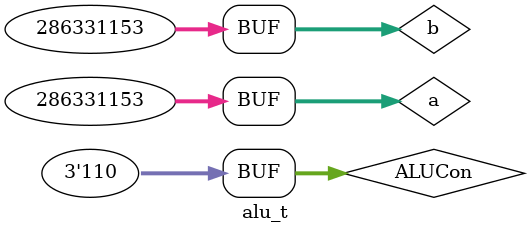
<source format=v>
module alu_t(

    );
    reg[31:0] a,b;
    reg[2:0]  ALUCon;
    wire[31:0] result;
    wire zero;
    initial
    begin
    a <= 32'h55555555;
    b <= 32'haaaaaaaa;
    ALUCon <= 3'b000;
    #100
    a <= 32'h55555555;
    b <= 32'h00000001;
    ALUCon <= 3'b001;
    #100
    a <= 32'haaaaaaaa;
    b <= 32'h00000001;
    ALUCon <= 3'b010;
    #100
    a <= 32'hffffffff;
    b <= 32'hfffffff0;
    ALUCon <= 3'b011;
    #100
    a <= 32'hffffffff;
    b <= 32'h0000000f;
    ALUCon <= 3'b100;
    #100
    a <= 32'hfffffff0;
    b <= 32'h00000000;
    ALUCon <= 3'b101;
    #100
    a <= 32'h11111111;
    b <= 32'h11111111;
    ALUCon <= 3'b110;
    end
    alu myalu(.a(a),.b(b),.ALUCon(ALUCon),.result(result),.zero(zero));
endmodule

</source>
